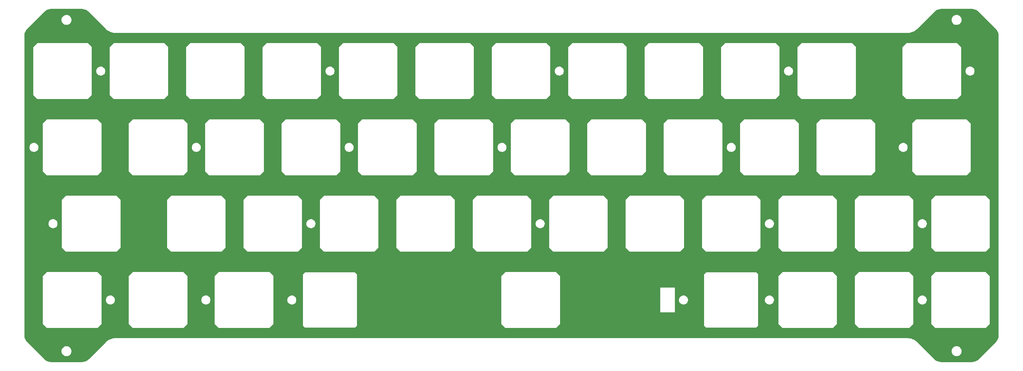
<source format=gbr>
%TF.GenerationSoftware,KiCad,Pcbnew,8.0.3*%
%TF.CreationDate,2024-08-24T23:48:19+02:00*%
%TF.ProjectId,plate,706c6174-652e-46b6-9963-61645f706362,rev?*%
%TF.SameCoordinates,Original*%
%TF.FileFunction,Copper,L1,Top*%
%TF.FilePolarity,Positive*%
%FSLAX46Y46*%
G04 Gerber Fmt 4.6, Leading zero omitted, Abs format (unit mm)*
G04 Created by KiCad (PCBNEW 8.0.3) date 2024-08-24 23:48:19*
%MOMM*%
%LPD*%
G01*
G04 APERTURE LIST*
G04 APERTURE END LIST*
%TA.AperFunction,Conductor*%
%TO.N,GND*%
G36*
X37204661Y-15431267D02*
G01*
X37208267Y-15431325D01*
X37371661Y-15433996D01*
X37385797Y-15435039D01*
X37717997Y-15478776D01*
X37733885Y-15481936D01*
X38056556Y-15568396D01*
X38071894Y-15573603D01*
X38380212Y-15701313D01*
X38380504Y-15701434D01*
X38395051Y-15708608D01*
X38684327Y-15875621D01*
X38697813Y-15884632D01*
X38963622Y-16088592D01*
X38974371Y-16097864D01*
X39094417Y-16214046D01*
X39095863Y-16215469D01*
X43235261Y-20354867D01*
X43364412Y-20480886D01*
X43643364Y-20709814D01*
X43643368Y-20709817D01*
X43943399Y-20910291D01*
X43943405Y-20910294D01*
X43943413Y-20910300D01*
X44261668Y-21080410D01*
X44428365Y-21149458D01*
X44595057Y-21218505D01*
X44595061Y-21218506D01*
X44595063Y-21218507D01*
X44940389Y-21323261D01*
X45294319Y-21393663D01*
X45653446Y-21429036D01*
X45833878Y-21431250D01*
X243091106Y-21431250D01*
X243091122Y-21431250D01*
X243294116Y-21428520D01*
X243697634Y-21383800D01*
X244093765Y-21294885D01*
X244477686Y-21162858D01*
X244844719Y-20989328D01*
X245190394Y-20776408D01*
X245510500Y-20526691D01*
X245657711Y-20386895D01*
X247863355Y-18181250D01*
X254153596Y-18181250D01*
X254173724Y-18404893D01*
X254233463Y-18621356D01*
X254330891Y-18823667D01*
X254330893Y-18823671D01*
X254462875Y-19005329D01*
X254462876Y-19005331D01*
X254462879Y-19005334D01*
X254462880Y-19005335D01*
X254625185Y-19160514D01*
X254812589Y-19284219D01*
X255019070Y-19372473D01*
X255237991Y-19422440D01*
X255462316Y-19432515D01*
X255684835Y-19402373D01*
X255898396Y-19332982D01*
X256096135Y-19226575D01*
X256271696Y-19086569D01*
X256419437Y-18917466D01*
X256534609Y-18724701D01*
X256613511Y-18514468D01*
X256653606Y-18293526D01*
X256656122Y-18181250D01*
X256653606Y-18068974D01*
X256613511Y-17848032D01*
X256534609Y-17637799D01*
X256534605Y-17637793D01*
X256534605Y-17637791D01*
X256469398Y-17528654D01*
X256419437Y-17445034D01*
X256271696Y-17275931D01*
X256271694Y-17275930D01*
X256271693Y-17275928D01*
X256096136Y-17135926D01*
X256096135Y-17135925D01*
X255989014Y-17078281D01*
X255898397Y-17029518D01*
X255684837Y-16960127D01*
X255610662Y-16950079D01*
X255462316Y-16929985D01*
X255462312Y-16929985D01*
X255237996Y-16940059D01*
X255237985Y-16940061D01*
X255019080Y-16990024D01*
X255019073Y-16990026D01*
X255019070Y-16990027D01*
X254926676Y-17029518D01*
X254812588Y-17078281D01*
X254725261Y-17135926D01*
X254625185Y-17201986D01*
X254625184Y-17201987D01*
X254462876Y-17357168D01*
X254462875Y-17357170D01*
X254330893Y-17538828D01*
X254330891Y-17538832D01*
X254233463Y-17741143D01*
X254173724Y-17957606D01*
X254153596Y-18181250D01*
X247863355Y-18181250D01*
X249829185Y-16215420D01*
X249830557Y-16214071D01*
X249950606Y-16097855D01*
X249961362Y-16088574D01*
X250227190Y-15884609D01*
X250240642Y-15875621D01*
X250529956Y-15708593D01*
X250544480Y-15701431D01*
X250853100Y-15573601D01*
X250868447Y-15568391D01*
X251191116Y-15481934D01*
X251206993Y-15478777D01*
X251539202Y-15435041D01*
X251553334Y-15433998D01*
X251720339Y-15431267D01*
X251722367Y-15431250D01*
X259090135Y-15431250D01*
X259092078Y-15431264D01*
X259172726Y-15432529D01*
X259259127Y-15433884D01*
X259273350Y-15434927D01*
X259605529Y-15478653D01*
X259621422Y-15481814D01*
X259944097Y-15568271D01*
X259959438Y-15573478D01*
X260225515Y-15683689D01*
X260268062Y-15701313D01*
X260282610Y-15708487D01*
X260571901Y-15875510D01*
X260585388Y-15884522D01*
X260851170Y-16088468D01*
X260861983Y-16097802D01*
X260981950Y-16214077D01*
X260983331Y-16215437D01*
X265122017Y-20354123D01*
X265123428Y-20355557D01*
X265239644Y-20475606D01*
X265248930Y-20486369D01*
X265452882Y-20752179D01*
X265461885Y-20765653D01*
X265628899Y-21054945D01*
X265636070Y-21069486D01*
X265763896Y-21378095D01*
X265769109Y-21393453D01*
X265855561Y-21716101D01*
X265858725Y-21732009D01*
X265902457Y-22064190D01*
X265903501Y-22078347D01*
X265906233Y-22245338D01*
X265906250Y-22247366D01*
X265906250Y-96815134D01*
X265906235Y-96817079D01*
X265903615Y-96984128D01*
X265902570Y-96998366D01*
X265858849Y-97330514D01*
X265855684Y-97346423D01*
X265769231Y-97669088D01*
X265764017Y-97684448D01*
X265636186Y-97993062D01*
X265629012Y-98007610D01*
X265461989Y-98296901D01*
X265452977Y-98310388D01*
X265249031Y-98576170D01*
X265239697Y-98586983D01*
X265123422Y-98706950D01*
X265122062Y-98708331D01*
X260983376Y-102847017D01*
X260981942Y-102848428D01*
X260861893Y-102964644D01*
X260851130Y-102973930D01*
X260585320Y-103177882D01*
X260571839Y-103186889D01*
X260317823Y-103333538D01*
X260282560Y-103353897D01*
X260268013Y-103361070D01*
X259959404Y-103488896D01*
X259944046Y-103494109D01*
X259621398Y-103580561D01*
X259605490Y-103583725D01*
X259273309Y-103627457D01*
X259259152Y-103628501D01*
X259092161Y-103631233D01*
X259090133Y-103631250D01*
X251722365Y-103631250D01*
X251720422Y-103631235D01*
X251717120Y-103631183D01*
X251553371Y-103628615D01*
X251539133Y-103627570D01*
X251538275Y-103627457D01*
X251206982Y-103583848D01*
X251191076Y-103580684D01*
X250868411Y-103494231D01*
X250853051Y-103489017D01*
X250544437Y-103361186D01*
X250529889Y-103354012D01*
X250240598Y-103186989D01*
X250227111Y-103177977D01*
X249961329Y-102974031D01*
X249950516Y-102964697D01*
X249830549Y-102848422D01*
X249829168Y-102847062D01*
X247863356Y-100881250D01*
X254153852Y-100881250D01*
X254173980Y-101104893D01*
X254233719Y-101321356D01*
X254331147Y-101523667D01*
X254331149Y-101523671D01*
X254463131Y-101705329D01*
X254463132Y-101705331D01*
X254463135Y-101705334D01*
X254463136Y-101705335D01*
X254625441Y-101860514D01*
X254812845Y-101984219D01*
X255019326Y-102072473D01*
X255238247Y-102122440D01*
X255462572Y-102132515D01*
X255685091Y-102102373D01*
X255898652Y-102032982D01*
X256096391Y-101926575D01*
X256271952Y-101786569D01*
X256419693Y-101617466D01*
X256534865Y-101424701D01*
X256613767Y-101214468D01*
X256653862Y-100993526D01*
X256656378Y-100881250D01*
X256653862Y-100768974D01*
X256613767Y-100548032D01*
X256534865Y-100337799D01*
X256534861Y-100337793D01*
X256534861Y-100337791D01*
X256469654Y-100228654D01*
X256419693Y-100145034D01*
X256271952Y-99975931D01*
X256271950Y-99975930D01*
X256271949Y-99975928D01*
X256096392Y-99835926D01*
X256096391Y-99835925D01*
X255989270Y-99778281D01*
X255898653Y-99729518D01*
X255685093Y-99660127D01*
X255610918Y-99650079D01*
X255462572Y-99629985D01*
X255462568Y-99629985D01*
X255238252Y-99640059D01*
X255238241Y-99640061D01*
X255019336Y-99690024D01*
X255019329Y-99690026D01*
X255019326Y-99690027D01*
X254926932Y-99729518D01*
X254812844Y-99778281D01*
X254725517Y-99835926D01*
X254625441Y-99901986D01*
X254625440Y-99901987D01*
X254463132Y-100057168D01*
X254463131Y-100057170D01*
X254331149Y-100238828D01*
X254331147Y-100238832D01*
X254233719Y-100441143D01*
X254173980Y-100657606D01*
X254153852Y-100881250D01*
X247863356Y-100881250D01*
X245689747Y-98707641D01*
X245689739Y-98707633D01*
X245560646Y-98581550D01*
X245560640Y-98581545D01*
X245560637Y-98581542D01*
X245432006Y-98475976D01*
X245281689Y-98352612D01*
X245281685Y-98352609D01*
X245281680Y-98352605D01*
X244981641Y-98152124D01*
X244981640Y-98152123D01*
X244981635Y-98152120D01*
X244663374Y-97982005D01*
X244601801Y-97956501D01*
X244329978Y-97843909D01*
X244329975Y-97843908D01*
X244329970Y-97843906D01*
X244196503Y-97803420D01*
X243984638Y-97739153D01*
X243630692Y-97668754D01*
X243309489Y-97637124D01*
X243271559Y-97633389D01*
X243271558Y-97633388D01*
X243271548Y-97633388D01*
X243091146Y-97631250D01*
X243091122Y-97631250D01*
X45833878Y-97631250D01*
X45833837Y-97631250D01*
X45653443Y-97633363D01*
X45338780Y-97664357D01*
X45294306Y-97668738D01*
X45294304Y-97668738D01*
X45294297Y-97668739D01*
X44940363Y-97739144D01*
X44595038Y-97843901D01*
X44261626Y-97982009D01*
X43943374Y-98152123D01*
X43943359Y-98152131D01*
X43643330Y-98352610D01*
X43643310Y-98352625D01*
X43364364Y-98581555D01*
X43235246Y-98707647D01*
X39095854Y-102847039D01*
X39094458Y-102848413D01*
X38974457Y-102964681D01*
X38963660Y-102974001D01*
X38697867Y-103177957D01*
X38684381Y-103186968D01*
X38395094Y-103353994D01*
X38380546Y-103361168D01*
X38071938Y-103489003D01*
X38056579Y-103494217D01*
X37733923Y-103580677D01*
X37718014Y-103583842D01*
X37385864Y-103627573D01*
X37371620Y-103628619D01*
X37206950Y-103631197D01*
X37204579Y-103631235D01*
X37202639Y-103631250D01*
X29834865Y-103631250D01*
X29832838Y-103631233D01*
X29665849Y-103628503D01*
X29651690Y-103627459D01*
X29319512Y-103583725D01*
X29303604Y-103580561D01*
X29142279Y-103537333D01*
X28980952Y-103494105D01*
X28965595Y-103488892D01*
X28656995Y-103361065D01*
X28642448Y-103353891D01*
X28353172Y-103186878D01*
X28339686Y-103177867D01*
X28073877Y-102973907D01*
X28063128Y-102964635D01*
X27943082Y-102848453D01*
X27941636Y-102847030D01*
X25975856Y-100881250D01*
X32266352Y-100881250D01*
X32286480Y-101104893D01*
X32346219Y-101321356D01*
X32443647Y-101523667D01*
X32443649Y-101523671D01*
X32575631Y-101705329D01*
X32575632Y-101705331D01*
X32575635Y-101705334D01*
X32575636Y-101705335D01*
X32737941Y-101860514D01*
X32925345Y-101984219D01*
X33131826Y-102072473D01*
X33350747Y-102122440D01*
X33575072Y-102132515D01*
X33797591Y-102102373D01*
X34011152Y-102032982D01*
X34208891Y-101926575D01*
X34384452Y-101786569D01*
X34532193Y-101617466D01*
X34647365Y-101424701D01*
X34726267Y-101214468D01*
X34766362Y-100993526D01*
X34768878Y-100881250D01*
X34766362Y-100768974D01*
X34726267Y-100548032D01*
X34647365Y-100337799D01*
X34647361Y-100337793D01*
X34647361Y-100337791D01*
X34582154Y-100228654D01*
X34532193Y-100145034D01*
X34384452Y-99975931D01*
X34384450Y-99975930D01*
X34384449Y-99975928D01*
X34208892Y-99835926D01*
X34208891Y-99835925D01*
X34101770Y-99778281D01*
X34011153Y-99729518D01*
X33797593Y-99660127D01*
X33723418Y-99650079D01*
X33575072Y-99629985D01*
X33575068Y-99629985D01*
X33350752Y-99640059D01*
X33350741Y-99640061D01*
X33131836Y-99690024D01*
X33131829Y-99690026D01*
X33131826Y-99690027D01*
X33039432Y-99729518D01*
X32925344Y-99778281D01*
X32838017Y-99835926D01*
X32737941Y-99901986D01*
X32737940Y-99901987D01*
X32575632Y-100057168D01*
X32575631Y-100057170D01*
X32443649Y-100238828D01*
X32443647Y-100238832D01*
X32346219Y-100441143D01*
X32286480Y-100657606D01*
X32266352Y-100881250D01*
X25975856Y-100881250D01*
X23802970Y-98708364D01*
X23801547Y-98706918D01*
X23685360Y-98586866D01*
X23676098Y-98576127D01*
X23472133Y-98310312D01*
X23463122Y-98296826D01*
X23296109Y-98007551D01*
X23288935Y-97993004D01*
X23161109Y-97684404D01*
X23155895Y-97669045D01*
X23069448Y-97346423D01*
X23069438Y-97346386D01*
X23066278Y-97330497D01*
X23022541Y-96998298D01*
X23021498Y-96984161D01*
X23018766Y-96817079D01*
X23018750Y-96815133D01*
X23018750Y-82106249D01*
X27625000Y-82106249D01*
X27625000Y-82106250D01*
X27625000Y-94106250D01*
X28625000Y-95106250D01*
X41225000Y-95106250D01*
X42225000Y-94106250D01*
X42225000Y-88106250D01*
X43324915Y-88106250D01*
X43345247Y-88319174D01*
X43405507Y-88524402D01*
X43455716Y-88621794D01*
X43503520Y-88714521D01*
X43635735Y-88882645D01*
X43635743Y-88882653D01*
X43797387Y-89022717D01*
X43982619Y-89129661D01*
X43982620Y-89129661D01*
X43982623Y-89129663D01*
X44184751Y-89199621D01*
X44396466Y-89230061D01*
X44610116Y-89219883D01*
X44817979Y-89169456D01*
X45012543Y-89080602D01*
X45186774Y-88956533D01*
X45334377Y-88801731D01*
X45450015Y-88621794D01*
X45529511Y-88423223D01*
X45569991Y-88213196D01*
X45572532Y-88106250D01*
X45569991Y-87999304D01*
X45529511Y-87789277D01*
X45450015Y-87590706D01*
X45334377Y-87410769D01*
X45186774Y-87255967D01*
X45012543Y-87131898D01*
X45012541Y-87131897D01*
X45012542Y-87131897D01*
X44905116Y-87082838D01*
X44817979Y-87043044D01*
X44610116Y-86992617D01*
X44396466Y-86982439D01*
X44396465Y-86982439D01*
X44396464Y-86982439D01*
X44396463Y-86982439D01*
X44184749Y-87012879D01*
X43982619Y-87082838D01*
X43797388Y-87189782D01*
X43797387Y-87189782D01*
X43635743Y-87329846D01*
X43635735Y-87329854D01*
X43503520Y-87497978D01*
X43455716Y-87590706D01*
X43405507Y-87688098D01*
X43345247Y-87893326D01*
X43324915Y-88106250D01*
X42225000Y-88106250D01*
X42225000Y-82106250D01*
X42224999Y-82106249D01*
X49056250Y-82106249D01*
X49056250Y-82106250D01*
X49056250Y-94106250D01*
X50056250Y-95106250D01*
X62656250Y-95106250D01*
X63656250Y-94106250D01*
X63656250Y-88106250D01*
X67137415Y-88106250D01*
X67157747Y-88319174D01*
X67218007Y-88524402D01*
X67268216Y-88621794D01*
X67316020Y-88714521D01*
X67448235Y-88882645D01*
X67448243Y-88882653D01*
X67609887Y-89022717D01*
X67795119Y-89129661D01*
X67795120Y-89129661D01*
X67795123Y-89129663D01*
X67997251Y-89199621D01*
X68208966Y-89230061D01*
X68422616Y-89219883D01*
X68630479Y-89169456D01*
X68825043Y-89080602D01*
X68999274Y-88956533D01*
X69146877Y-88801731D01*
X69262515Y-88621794D01*
X69342011Y-88423223D01*
X69382491Y-88213196D01*
X69385032Y-88106250D01*
X69382491Y-87999304D01*
X69342011Y-87789277D01*
X69262515Y-87590706D01*
X69146877Y-87410769D01*
X68999274Y-87255967D01*
X68825043Y-87131898D01*
X68825041Y-87131897D01*
X68825042Y-87131897D01*
X68717616Y-87082838D01*
X68630479Y-87043044D01*
X68422616Y-86992617D01*
X68208966Y-86982439D01*
X68208965Y-86982439D01*
X68208964Y-86982439D01*
X68208963Y-86982439D01*
X67997249Y-87012879D01*
X67795119Y-87082838D01*
X67609888Y-87189782D01*
X67609887Y-87189782D01*
X67448243Y-87329846D01*
X67448235Y-87329854D01*
X67316020Y-87497978D01*
X67268216Y-87590706D01*
X67218007Y-87688098D01*
X67157747Y-87893326D01*
X67137415Y-88106250D01*
X63656250Y-88106250D01*
X63656250Y-82106250D01*
X63656249Y-82106249D01*
X70487500Y-82106249D01*
X70487500Y-82106250D01*
X70487500Y-94106250D01*
X71487500Y-95106250D01*
X84087500Y-95106250D01*
X85087500Y-94106250D01*
X85087500Y-88106250D01*
X88568665Y-88106250D01*
X88588997Y-88319174D01*
X88649257Y-88524402D01*
X88699466Y-88621794D01*
X88747270Y-88714521D01*
X88879485Y-88882645D01*
X88879493Y-88882653D01*
X89041137Y-89022717D01*
X89226369Y-89129661D01*
X89226370Y-89129661D01*
X89226373Y-89129663D01*
X89428501Y-89199621D01*
X89640216Y-89230061D01*
X89853866Y-89219883D01*
X90061729Y-89169456D01*
X90256293Y-89080602D01*
X90430524Y-88956533D01*
X90578127Y-88801731D01*
X90693765Y-88621794D01*
X90773261Y-88423223D01*
X90813741Y-88213196D01*
X90816282Y-88106250D01*
X90813741Y-87999304D01*
X90773261Y-87789277D01*
X90693765Y-87590706D01*
X90578127Y-87410769D01*
X90430524Y-87255967D01*
X90256293Y-87131898D01*
X90256291Y-87131897D01*
X90256292Y-87131897D01*
X90148866Y-87082838D01*
X90061729Y-87043044D01*
X89853866Y-86992617D01*
X89640216Y-86982439D01*
X89640215Y-86982439D01*
X89640214Y-86982439D01*
X89640213Y-86982439D01*
X89428499Y-87012879D01*
X89226369Y-87082838D01*
X89041138Y-87189782D01*
X89041137Y-87189782D01*
X88879493Y-87329846D01*
X88879485Y-87329854D01*
X88747270Y-87497978D01*
X88699466Y-87590706D01*
X88649257Y-87688098D01*
X88588997Y-87893326D01*
X88568665Y-88106250D01*
X85087500Y-88106250D01*
X85087500Y-82106250D01*
X84723999Y-81742749D01*
X92487500Y-81742749D01*
X92487500Y-81742750D01*
X92487500Y-94469750D01*
X92994500Y-94976750D01*
X105442500Y-94976750D01*
X105949500Y-94469750D01*
X105949500Y-82106249D01*
X141925000Y-82106249D01*
X141925000Y-82106250D01*
X141925000Y-94106250D01*
X142925000Y-95106250D01*
X155525000Y-95106250D01*
X156525000Y-94106250D01*
X156525000Y-91151781D01*
X181559133Y-91151781D01*
X185202687Y-91151781D01*
X185202687Y-88106250D01*
X186199915Y-88106250D01*
X186220247Y-88319174D01*
X186280507Y-88524402D01*
X186330716Y-88621794D01*
X186378520Y-88714521D01*
X186510735Y-88882645D01*
X186510743Y-88882653D01*
X186672387Y-89022717D01*
X186857619Y-89129661D01*
X186857620Y-89129661D01*
X186857623Y-89129663D01*
X187059751Y-89199621D01*
X187271466Y-89230061D01*
X187485116Y-89219883D01*
X187692979Y-89169456D01*
X187887543Y-89080602D01*
X188061774Y-88956533D01*
X188209377Y-88801731D01*
X188325015Y-88621794D01*
X188404511Y-88423223D01*
X188444991Y-88213196D01*
X188447532Y-88106250D01*
X188444991Y-87999304D01*
X188404511Y-87789277D01*
X188325015Y-87590706D01*
X188209377Y-87410769D01*
X188061774Y-87255967D01*
X187887543Y-87131898D01*
X187887541Y-87131897D01*
X187887542Y-87131897D01*
X187780116Y-87082838D01*
X187692979Y-87043044D01*
X187485116Y-86992617D01*
X187271466Y-86982439D01*
X187271465Y-86982439D01*
X187271464Y-86982439D01*
X187271463Y-86982439D01*
X187059749Y-87012879D01*
X186857619Y-87082838D01*
X186672388Y-87189782D01*
X186672387Y-87189782D01*
X186510743Y-87329846D01*
X186510735Y-87329854D01*
X186378520Y-87497978D01*
X186330716Y-87590706D01*
X186280507Y-87688098D01*
X186220247Y-87893326D01*
X186199915Y-88106250D01*
X185202687Y-88106250D01*
X185202687Y-85023727D01*
X181559133Y-85023727D01*
X181559133Y-91151781D01*
X156525000Y-91151781D01*
X156525000Y-82106250D01*
X156161500Y-81742750D01*
X192500500Y-81742750D01*
X192500500Y-94469750D01*
X193007500Y-94976750D01*
X205455500Y-94976750D01*
X205962500Y-94469750D01*
X205962500Y-88106250D01*
X207631165Y-88106250D01*
X207651497Y-88319174D01*
X207711757Y-88524402D01*
X207761966Y-88621794D01*
X207809770Y-88714521D01*
X207941985Y-88882645D01*
X207941993Y-88882653D01*
X208103637Y-89022717D01*
X208288869Y-89129661D01*
X208288870Y-89129661D01*
X208288873Y-89129663D01*
X208491001Y-89199621D01*
X208702716Y-89230061D01*
X208916366Y-89219883D01*
X209124229Y-89169456D01*
X209318793Y-89080602D01*
X209493024Y-88956533D01*
X209640627Y-88801731D01*
X209756265Y-88621794D01*
X209835761Y-88423223D01*
X209876241Y-88213196D01*
X209878782Y-88106250D01*
X209876241Y-87999304D01*
X209835761Y-87789277D01*
X209756265Y-87590706D01*
X209640627Y-87410769D01*
X209493024Y-87255967D01*
X209318793Y-87131898D01*
X209318791Y-87131897D01*
X209318792Y-87131897D01*
X209211366Y-87082838D01*
X209124229Y-87043044D01*
X208916366Y-86992617D01*
X208702716Y-86982439D01*
X208702715Y-86982439D01*
X208702714Y-86982439D01*
X208702713Y-86982439D01*
X208490999Y-87012879D01*
X208288869Y-87082838D01*
X208103638Y-87189782D01*
X208103637Y-87189782D01*
X207941993Y-87329846D01*
X207941985Y-87329854D01*
X207809770Y-87497978D01*
X207761966Y-87590706D01*
X207711757Y-87688098D01*
X207651497Y-87893326D01*
X207631165Y-88106250D01*
X205962500Y-88106250D01*
X205962500Y-82106249D01*
X210981250Y-82106249D01*
X210981250Y-82106250D01*
X210981250Y-94106250D01*
X211981250Y-95106250D01*
X224581250Y-95106250D01*
X225581250Y-94106250D01*
X225581250Y-82106250D01*
X225581249Y-82106249D01*
X230031250Y-82106249D01*
X230031250Y-82106250D01*
X230031250Y-94106250D01*
X231031250Y-95106250D01*
X243631250Y-95106250D01*
X244631250Y-94106250D01*
X244631250Y-88106250D01*
X245731165Y-88106250D01*
X245751497Y-88319174D01*
X245811757Y-88524402D01*
X245861966Y-88621794D01*
X245909770Y-88714521D01*
X246041985Y-88882645D01*
X246041993Y-88882653D01*
X246203637Y-89022717D01*
X246388869Y-89129661D01*
X246388870Y-89129661D01*
X246388873Y-89129663D01*
X246591001Y-89199621D01*
X246802716Y-89230061D01*
X247016366Y-89219883D01*
X247224229Y-89169456D01*
X247418793Y-89080602D01*
X247593024Y-88956533D01*
X247740627Y-88801731D01*
X247856265Y-88621794D01*
X247935761Y-88423223D01*
X247976241Y-88213196D01*
X247978782Y-88106250D01*
X247976241Y-87999304D01*
X247935761Y-87789277D01*
X247856265Y-87590706D01*
X247740627Y-87410769D01*
X247593024Y-87255967D01*
X247418793Y-87131898D01*
X247418791Y-87131897D01*
X247418792Y-87131897D01*
X247311366Y-87082838D01*
X247224229Y-87043044D01*
X247016366Y-86992617D01*
X246802716Y-86982439D01*
X246802715Y-86982439D01*
X246802714Y-86982439D01*
X246802713Y-86982439D01*
X246590999Y-87012879D01*
X246388869Y-87082838D01*
X246203638Y-87189782D01*
X246203637Y-87189782D01*
X246041993Y-87329846D01*
X246041985Y-87329854D01*
X245909770Y-87497978D01*
X245861966Y-87590706D01*
X245811757Y-87688098D01*
X245751497Y-87893326D01*
X245731165Y-88106250D01*
X244631250Y-88106250D01*
X244631250Y-82106250D01*
X244631249Y-82106249D01*
X249081250Y-82106249D01*
X249081250Y-82106250D01*
X249081250Y-94106250D01*
X250081250Y-95106250D01*
X262681250Y-95106250D01*
X263681250Y-94106250D01*
X263681250Y-82106250D01*
X262681250Y-81106250D01*
X250081249Y-81106250D01*
X249081250Y-82106249D01*
X244631249Y-82106249D01*
X243631250Y-81106250D01*
X231031249Y-81106250D01*
X230031250Y-82106249D01*
X225581249Y-82106249D01*
X224581250Y-81106250D01*
X211981249Y-81106250D01*
X210981250Y-82106249D01*
X205962500Y-82106249D01*
X205962500Y-81742750D01*
X205462500Y-81235750D01*
X205462499Y-81235750D01*
X193000501Y-81235750D01*
X193000500Y-81235750D01*
X192500500Y-81742750D01*
X156161500Y-81742750D01*
X155525000Y-81106250D01*
X142924999Y-81106250D01*
X141925000Y-82106249D01*
X105949500Y-82106249D01*
X105949500Y-81742750D01*
X105442500Y-81235750D01*
X92994499Y-81235750D01*
X92487500Y-81742749D01*
X84723999Y-81742749D01*
X84087500Y-81106250D01*
X71487499Y-81106250D01*
X70487500Y-82106249D01*
X63656249Y-82106249D01*
X62656250Y-81106250D01*
X50056249Y-81106250D01*
X49056250Y-82106249D01*
X42224999Y-82106249D01*
X41225000Y-81106250D01*
X28624999Y-81106250D01*
X27625000Y-82106249D01*
X23018750Y-82106249D01*
X23018750Y-69056250D01*
X29037415Y-69056250D01*
X29057747Y-69269174D01*
X29118007Y-69474402D01*
X29168216Y-69571794D01*
X29216020Y-69664521D01*
X29348235Y-69832645D01*
X29348243Y-69832653D01*
X29509887Y-69972717D01*
X29695119Y-70079661D01*
X29695120Y-70079661D01*
X29695123Y-70079663D01*
X29897251Y-70149621D01*
X30108966Y-70180061D01*
X30322616Y-70169883D01*
X30530479Y-70119456D01*
X30725043Y-70030602D01*
X30899274Y-69906533D01*
X31046877Y-69751731D01*
X31162515Y-69571794D01*
X31242011Y-69373223D01*
X31282491Y-69163196D01*
X31285032Y-69056250D01*
X31282491Y-68949304D01*
X31242011Y-68739277D01*
X31162515Y-68540706D01*
X31046877Y-68360769D01*
X30899274Y-68205967D01*
X30725043Y-68081898D01*
X30725041Y-68081897D01*
X30725042Y-68081897D01*
X30617616Y-68032838D01*
X30530479Y-67993044D01*
X30322616Y-67942617D01*
X30108966Y-67932439D01*
X30108965Y-67932439D01*
X30108964Y-67932439D01*
X30108963Y-67932439D01*
X29897249Y-67962879D01*
X29695119Y-68032838D01*
X29509888Y-68139782D01*
X29509887Y-68139782D01*
X29348243Y-68279846D01*
X29348235Y-68279854D01*
X29216020Y-68447978D01*
X29168216Y-68540706D01*
X29118007Y-68638098D01*
X29057747Y-68843326D01*
X29037415Y-69056250D01*
X23018750Y-69056250D01*
X23018750Y-63056249D01*
X32387500Y-63056249D01*
X32387500Y-63056250D01*
X32387500Y-75056250D01*
X33387500Y-76056250D01*
X45987500Y-76056250D01*
X46987500Y-75056250D01*
X46987500Y-63056250D01*
X46987499Y-63056249D01*
X58581250Y-63056249D01*
X58581250Y-63056250D01*
X58581250Y-75056250D01*
X59581250Y-76056250D01*
X72181250Y-76056250D01*
X73181250Y-75056250D01*
X73181250Y-63056250D01*
X73181249Y-63056249D01*
X77631250Y-63056249D01*
X77631250Y-63056250D01*
X77631250Y-75056250D01*
X78631250Y-76056250D01*
X91231250Y-76056250D01*
X92231250Y-75056250D01*
X92231250Y-69056250D01*
X93331165Y-69056250D01*
X93351497Y-69269174D01*
X93411757Y-69474402D01*
X93461966Y-69571794D01*
X93509770Y-69664521D01*
X93641985Y-69832645D01*
X93641993Y-69832653D01*
X93803637Y-69972717D01*
X93988869Y-70079661D01*
X93988870Y-70079661D01*
X93988873Y-70079663D01*
X94191001Y-70149621D01*
X94402716Y-70180061D01*
X94616366Y-70169883D01*
X94824229Y-70119456D01*
X95018793Y-70030602D01*
X95193024Y-69906533D01*
X95340627Y-69751731D01*
X95456265Y-69571794D01*
X95535761Y-69373223D01*
X95576241Y-69163196D01*
X95578782Y-69056250D01*
X95576241Y-68949304D01*
X95535761Y-68739277D01*
X95456265Y-68540706D01*
X95340627Y-68360769D01*
X95193024Y-68205967D01*
X95018793Y-68081898D01*
X95018791Y-68081897D01*
X95018792Y-68081897D01*
X94911366Y-68032838D01*
X94824229Y-67993044D01*
X94616366Y-67942617D01*
X94402716Y-67932439D01*
X94402715Y-67932439D01*
X94402714Y-67932439D01*
X94402713Y-67932439D01*
X94190999Y-67962879D01*
X93988869Y-68032838D01*
X93803638Y-68139782D01*
X93803637Y-68139782D01*
X93641993Y-68279846D01*
X93641985Y-68279854D01*
X93509770Y-68447978D01*
X93461966Y-68540706D01*
X93411757Y-68638098D01*
X93351497Y-68843326D01*
X93331165Y-69056250D01*
X92231250Y-69056250D01*
X92231250Y-63056250D01*
X92231249Y-63056249D01*
X96681250Y-63056249D01*
X96681250Y-63056250D01*
X96681250Y-75056250D01*
X97681250Y-76056250D01*
X110281250Y-76056250D01*
X111281250Y-75056250D01*
X111281250Y-63056250D01*
X111281249Y-63056249D01*
X115731250Y-63056249D01*
X115731250Y-63056250D01*
X115731250Y-75056250D01*
X116731250Y-76056250D01*
X129331250Y-76056250D01*
X130331250Y-75056250D01*
X130331250Y-63056250D01*
X130331249Y-63056249D01*
X134781250Y-63056249D01*
X134781250Y-63056250D01*
X134781250Y-75056250D01*
X135781250Y-76056250D01*
X148381250Y-76056250D01*
X149381250Y-75056250D01*
X149381250Y-69056250D01*
X150481165Y-69056250D01*
X150501497Y-69269174D01*
X150561757Y-69474402D01*
X150611966Y-69571794D01*
X150659770Y-69664521D01*
X150791985Y-69832645D01*
X150791993Y-69832653D01*
X150953637Y-69972717D01*
X151138869Y-70079661D01*
X151138870Y-70079661D01*
X151138873Y-70079663D01*
X151341001Y-70149621D01*
X151552716Y-70180061D01*
X151766366Y-70169883D01*
X151974229Y-70119456D01*
X152168793Y-70030602D01*
X152343024Y-69906533D01*
X152490627Y-69751731D01*
X152606265Y-69571794D01*
X152685761Y-69373223D01*
X152726241Y-69163196D01*
X152728782Y-69056250D01*
X152726241Y-68949304D01*
X152685761Y-68739277D01*
X152606265Y-68540706D01*
X152490627Y-68360769D01*
X152343024Y-68205967D01*
X152168793Y-68081898D01*
X152168791Y-68081897D01*
X152168792Y-68081897D01*
X152061366Y-68032838D01*
X151974229Y-67993044D01*
X151766366Y-67942617D01*
X151552716Y-67932439D01*
X151552715Y-67932439D01*
X151552714Y-67932439D01*
X151552713Y-67932439D01*
X151340999Y-67962879D01*
X151138869Y-68032838D01*
X150953638Y-68139782D01*
X150953637Y-68139782D01*
X150791993Y-68279846D01*
X150791985Y-68279854D01*
X150659770Y-68447978D01*
X150611966Y-68540706D01*
X150561757Y-68638098D01*
X150501497Y-68843326D01*
X150481165Y-69056250D01*
X149381250Y-69056250D01*
X149381250Y-63056250D01*
X149381249Y-63056249D01*
X153831250Y-63056249D01*
X153831250Y-63056250D01*
X153831250Y-75056250D01*
X154831250Y-76056250D01*
X167431250Y-76056250D01*
X168431250Y-75056250D01*
X168431250Y-63056250D01*
X168431249Y-63056249D01*
X172881250Y-63056249D01*
X172881250Y-63056250D01*
X172881250Y-75056250D01*
X173881250Y-76056250D01*
X186481250Y-76056250D01*
X187481250Y-75056250D01*
X187481250Y-63056250D01*
X187481249Y-63056249D01*
X191931250Y-63056249D01*
X191931250Y-63056250D01*
X191931250Y-75056250D01*
X192931250Y-76056250D01*
X205531250Y-76056250D01*
X206531250Y-75056250D01*
X206531250Y-69056250D01*
X207631165Y-69056250D01*
X207651497Y-69269174D01*
X207711757Y-69474402D01*
X207761966Y-69571794D01*
X207809770Y-69664521D01*
X207941985Y-69832645D01*
X207941993Y-69832653D01*
X208103637Y-69972717D01*
X208288869Y-70079661D01*
X208288870Y-70079661D01*
X208288873Y-70079663D01*
X208491001Y-70149621D01*
X208702716Y-70180061D01*
X208916366Y-70169883D01*
X209124229Y-70119456D01*
X209318793Y-70030602D01*
X209493024Y-69906533D01*
X209640627Y-69751731D01*
X209756265Y-69571794D01*
X209835761Y-69373223D01*
X209876241Y-69163196D01*
X209878782Y-69056250D01*
X209876241Y-68949304D01*
X209835761Y-68739277D01*
X209756265Y-68540706D01*
X209640627Y-68360769D01*
X209493024Y-68205967D01*
X209318793Y-68081898D01*
X209318791Y-68081897D01*
X209318792Y-68081897D01*
X209211366Y-68032838D01*
X209124229Y-67993044D01*
X208916366Y-67942617D01*
X208702716Y-67932439D01*
X208702715Y-67932439D01*
X208702714Y-67932439D01*
X208702713Y-67932439D01*
X208490999Y-67962879D01*
X208288869Y-68032838D01*
X208103638Y-68139782D01*
X208103637Y-68139782D01*
X207941993Y-68279846D01*
X207941985Y-68279854D01*
X207809770Y-68447978D01*
X207761966Y-68540706D01*
X207711757Y-68638098D01*
X207651497Y-68843326D01*
X207631165Y-69056250D01*
X206531250Y-69056250D01*
X206531250Y-63056250D01*
X206531249Y-63056249D01*
X210981250Y-63056249D01*
X210981250Y-63056250D01*
X210981250Y-75056250D01*
X211981250Y-76056250D01*
X224581250Y-76056250D01*
X225581250Y-75056250D01*
X225581250Y-63056250D01*
X225581249Y-63056249D01*
X230031250Y-63056249D01*
X230031250Y-63056250D01*
X230031250Y-75056250D01*
X231031250Y-76056250D01*
X243631250Y-76056250D01*
X244631250Y-75056250D01*
X244631250Y-69056250D01*
X245731165Y-69056250D01*
X245751497Y-69269174D01*
X245811757Y-69474402D01*
X245861966Y-69571794D01*
X245909770Y-69664521D01*
X246041985Y-69832645D01*
X246041993Y-69832653D01*
X246203637Y-69972717D01*
X246388869Y-70079661D01*
X246388870Y-70079661D01*
X246388873Y-70079663D01*
X246591001Y-70149621D01*
X246802716Y-70180061D01*
X247016366Y-70169883D01*
X247224229Y-70119456D01*
X247418793Y-70030602D01*
X247593024Y-69906533D01*
X247740627Y-69751731D01*
X247856265Y-69571794D01*
X247935761Y-69373223D01*
X247976241Y-69163196D01*
X247978782Y-69056250D01*
X247976241Y-68949304D01*
X247935761Y-68739277D01*
X247856265Y-68540706D01*
X247740627Y-68360769D01*
X247593024Y-68205967D01*
X247418793Y-68081898D01*
X247418791Y-68081897D01*
X247418792Y-68081897D01*
X247311366Y-68032838D01*
X247224229Y-67993044D01*
X247016366Y-67942617D01*
X246802716Y-67932439D01*
X246802715Y-67932439D01*
X246802714Y-67932439D01*
X246802713Y-67932439D01*
X246590999Y-67962879D01*
X246388869Y-68032838D01*
X246203638Y-68139782D01*
X246203637Y-68139782D01*
X246041993Y-68279846D01*
X246041985Y-68279854D01*
X245909770Y-68447978D01*
X245861966Y-68540706D01*
X245811757Y-68638098D01*
X245751497Y-68843326D01*
X245731165Y-69056250D01*
X244631250Y-69056250D01*
X244631250Y-63056250D01*
X244631249Y-63056249D01*
X249081250Y-63056249D01*
X249081250Y-63056250D01*
X249081250Y-75056250D01*
X250081250Y-76056250D01*
X262681250Y-76056250D01*
X263681250Y-75056250D01*
X263681250Y-63056250D01*
X262681250Y-62056250D01*
X250081249Y-62056250D01*
X249081250Y-63056249D01*
X244631249Y-63056249D01*
X243631250Y-62056250D01*
X231031249Y-62056250D01*
X230031250Y-63056249D01*
X225581249Y-63056249D01*
X224581250Y-62056250D01*
X211981249Y-62056250D01*
X210981250Y-63056249D01*
X206531249Y-63056249D01*
X205531250Y-62056250D01*
X192931249Y-62056250D01*
X191931250Y-63056249D01*
X187481249Y-63056249D01*
X186481250Y-62056250D01*
X173881249Y-62056250D01*
X172881250Y-63056249D01*
X168431249Y-63056249D01*
X167431250Y-62056250D01*
X154831249Y-62056250D01*
X153831250Y-63056249D01*
X149381249Y-63056249D01*
X148381250Y-62056250D01*
X135781249Y-62056250D01*
X134781250Y-63056249D01*
X130331249Y-63056249D01*
X129331250Y-62056250D01*
X116731249Y-62056250D01*
X115731250Y-63056249D01*
X111281249Y-63056249D01*
X110281250Y-62056250D01*
X97681249Y-62056250D01*
X96681250Y-63056249D01*
X92231249Y-63056249D01*
X91231250Y-62056250D01*
X78631249Y-62056250D01*
X77631250Y-63056249D01*
X73181249Y-63056249D01*
X72181250Y-62056250D01*
X59581249Y-62056250D01*
X58581250Y-63056249D01*
X46987499Y-63056249D01*
X45987500Y-62056250D01*
X33387499Y-62056250D01*
X32387500Y-63056249D01*
X23018750Y-63056249D01*
X23018750Y-50006250D01*
X24274915Y-50006250D01*
X24295247Y-50219174D01*
X24355507Y-50424402D01*
X24405716Y-50521794D01*
X24453520Y-50614521D01*
X24585735Y-50782645D01*
X24585743Y-50782653D01*
X24747387Y-50922717D01*
X24932619Y-51029661D01*
X24932620Y-51029661D01*
X24932623Y-51029663D01*
X25134751Y-51099621D01*
X25346466Y-51130061D01*
X25560116Y-51119883D01*
X25767979Y-51069456D01*
X25962543Y-50980602D01*
X26136774Y-50856533D01*
X26284377Y-50701731D01*
X26400015Y-50521794D01*
X26479511Y-50323223D01*
X26519991Y-50113196D01*
X26522532Y-50006250D01*
X26519991Y-49899304D01*
X26479511Y-49689277D01*
X26400015Y-49490706D01*
X26284377Y-49310769D01*
X26136774Y-49155967D01*
X25962543Y-49031898D01*
X25962541Y-49031897D01*
X25962542Y-49031897D01*
X25855116Y-48982838D01*
X25767979Y-48943044D01*
X25560116Y-48892617D01*
X25346466Y-48882439D01*
X25346465Y-48882439D01*
X25346464Y-48882439D01*
X25346463Y-48882439D01*
X25134749Y-48912879D01*
X24932619Y-48982838D01*
X24747388Y-49089782D01*
X24747387Y-49089782D01*
X24585743Y-49229846D01*
X24585735Y-49229854D01*
X24453520Y-49397978D01*
X24405716Y-49490706D01*
X24355507Y-49588098D01*
X24295247Y-49793326D01*
X24274915Y-50006250D01*
X23018750Y-50006250D01*
X23018750Y-44006249D01*
X27625000Y-44006249D01*
X27625000Y-44006250D01*
X27625000Y-56006250D01*
X28625000Y-57006250D01*
X41225000Y-57006250D01*
X42225000Y-56006250D01*
X42225000Y-44006250D01*
X42224999Y-44006249D01*
X49056250Y-44006249D01*
X49056250Y-44006250D01*
X49056250Y-56006250D01*
X50056250Y-57006250D01*
X62656250Y-57006250D01*
X63656250Y-56006250D01*
X63656250Y-50006250D01*
X64756165Y-50006250D01*
X64776497Y-50219174D01*
X64836757Y-50424402D01*
X64886966Y-50521794D01*
X64934770Y-50614521D01*
X65066985Y-50782645D01*
X65066993Y-50782653D01*
X65228637Y-50922717D01*
X65413869Y-51029661D01*
X65413870Y-51029661D01*
X65413873Y-51029663D01*
X65616001Y-51099621D01*
X65827716Y-51130061D01*
X66041366Y-51119883D01*
X66249229Y-51069456D01*
X66443793Y-50980602D01*
X66618024Y-50856533D01*
X66765627Y-50701731D01*
X66881265Y-50521794D01*
X66960761Y-50323223D01*
X67001241Y-50113196D01*
X67003782Y-50006250D01*
X67001241Y-49899304D01*
X66960761Y-49689277D01*
X66881265Y-49490706D01*
X66765627Y-49310769D01*
X66618024Y-49155967D01*
X66443793Y-49031898D01*
X66443791Y-49031897D01*
X66443792Y-49031897D01*
X66336366Y-48982838D01*
X66249229Y-48943044D01*
X66041366Y-48892617D01*
X65827716Y-48882439D01*
X65827715Y-48882439D01*
X65827714Y-48882439D01*
X65827713Y-48882439D01*
X65615999Y-48912879D01*
X65413869Y-48982838D01*
X65228638Y-49089782D01*
X65228637Y-49089782D01*
X65066993Y-49229846D01*
X65066985Y-49229854D01*
X64934770Y-49397978D01*
X64886966Y-49490706D01*
X64836757Y-49588098D01*
X64776497Y-49793326D01*
X64756165Y-50006250D01*
X63656250Y-50006250D01*
X63656250Y-44006250D01*
X63656249Y-44006249D01*
X68106250Y-44006249D01*
X68106250Y-44006250D01*
X68106250Y-56006250D01*
X69106250Y-57006250D01*
X81706250Y-57006250D01*
X82706250Y-56006250D01*
X82706250Y-44006250D01*
X82706249Y-44006249D01*
X87156250Y-44006249D01*
X87156250Y-44006250D01*
X87156250Y-56006250D01*
X88156250Y-57006250D01*
X100756250Y-57006250D01*
X101756250Y-56006250D01*
X101756250Y-50006250D01*
X102856165Y-50006250D01*
X102876497Y-50219174D01*
X102936757Y-50424402D01*
X102986966Y-50521794D01*
X103034770Y-50614521D01*
X103166985Y-50782645D01*
X103166993Y-50782653D01*
X103328637Y-50922717D01*
X103513869Y-51029661D01*
X103513870Y-51029661D01*
X103513873Y-51029663D01*
X103716001Y-51099621D01*
X103927716Y-51130061D01*
X104141366Y-51119883D01*
X104349229Y-51069456D01*
X104543793Y-50980602D01*
X104718024Y-50856533D01*
X104865627Y-50701731D01*
X104981265Y-50521794D01*
X105060761Y-50323223D01*
X105101241Y-50113196D01*
X105103782Y-50006250D01*
X105101241Y-49899304D01*
X105060761Y-49689277D01*
X104981265Y-49490706D01*
X104865627Y-49310769D01*
X104718024Y-49155967D01*
X104543793Y-49031898D01*
X104543791Y-49031897D01*
X104543792Y-49031897D01*
X104436366Y-48982838D01*
X104349229Y-48943044D01*
X104141366Y-48892617D01*
X103927716Y-48882439D01*
X103927715Y-48882439D01*
X103927714Y-48882439D01*
X103927713Y-48882439D01*
X103715999Y-48912879D01*
X103513869Y-48982838D01*
X103328638Y-49089782D01*
X103328637Y-49089782D01*
X103166993Y-49229846D01*
X103166985Y-49229854D01*
X103034770Y-49397978D01*
X102986966Y-49490706D01*
X102936757Y-49588098D01*
X102876497Y-49793326D01*
X102856165Y-50006250D01*
X101756250Y-50006250D01*
X101756250Y-44006250D01*
X101756249Y-44006249D01*
X106206250Y-44006249D01*
X106206250Y-44006250D01*
X106206250Y-56006250D01*
X107206250Y-57006250D01*
X119806250Y-57006250D01*
X120806250Y-56006250D01*
X120806250Y-44006250D01*
X120806249Y-44006249D01*
X125256250Y-44006249D01*
X125256250Y-44006250D01*
X125256250Y-56006250D01*
X126256250Y-57006250D01*
X138856250Y-57006250D01*
X139856250Y-56006250D01*
X139856250Y-50006250D01*
X140956165Y-50006250D01*
X140976497Y-50219174D01*
X141036757Y-50424402D01*
X141086966Y-50521794D01*
X141134770Y-50614521D01*
X141266985Y-50782645D01*
X141266993Y-50782653D01*
X141428637Y-50922717D01*
X141613869Y-51029661D01*
X141613870Y-51029661D01*
X141613873Y-51029663D01*
X141816001Y-51099621D01*
X142027716Y-51130061D01*
X142241366Y-51119883D01*
X142449229Y-51069456D01*
X142643793Y-50980602D01*
X142818024Y-50856533D01*
X142965627Y-50701731D01*
X143081265Y-50521794D01*
X143160761Y-50323223D01*
X143201241Y-50113196D01*
X143203782Y-50006250D01*
X143201241Y-49899304D01*
X143160761Y-49689277D01*
X143081265Y-49490706D01*
X142965627Y-49310769D01*
X142818024Y-49155967D01*
X142643793Y-49031898D01*
X142643791Y-49031897D01*
X142643792Y-49031897D01*
X142536366Y-48982838D01*
X142449229Y-48943044D01*
X142241366Y-48892617D01*
X142027716Y-48882439D01*
X142027715Y-48882439D01*
X142027714Y-48882439D01*
X142027713Y-48882439D01*
X141815999Y-48912879D01*
X141613869Y-48982838D01*
X141428638Y-49089782D01*
X141428637Y-49089782D01*
X141266993Y-49229846D01*
X141266985Y-49229854D01*
X141134770Y-49397978D01*
X141086966Y-49490706D01*
X141036757Y-49588098D01*
X140976497Y-49793326D01*
X140956165Y-50006250D01*
X139856250Y-50006250D01*
X139856250Y-44006250D01*
X139856249Y-44006249D01*
X144306250Y-44006249D01*
X144306250Y-44006250D01*
X144306250Y-56006250D01*
X145306250Y-57006250D01*
X157906250Y-57006250D01*
X158906250Y-56006250D01*
X158906250Y-44006250D01*
X158906249Y-44006249D01*
X163356250Y-44006249D01*
X163356250Y-44006250D01*
X163356250Y-56006250D01*
X164356250Y-57006250D01*
X176956250Y-57006250D01*
X177956250Y-56006250D01*
X177956250Y-44006250D01*
X177956249Y-44006249D01*
X182406250Y-44006249D01*
X182406250Y-44006250D01*
X182406250Y-56006250D01*
X183406250Y-57006250D01*
X196006250Y-57006250D01*
X197006250Y-56006250D01*
X197006250Y-50006250D01*
X198106165Y-50006250D01*
X198126497Y-50219174D01*
X198186757Y-50424402D01*
X198236966Y-50521794D01*
X198284770Y-50614521D01*
X198416985Y-50782645D01*
X198416993Y-50782653D01*
X198578637Y-50922717D01*
X198763869Y-51029661D01*
X198763870Y-51029661D01*
X198763873Y-51029663D01*
X198966001Y-51099621D01*
X199177716Y-51130061D01*
X199391366Y-51119883D01*
X199599229Y-51069456D01*
X199793793Y-50980602D01*
X199968024Y-50856533D01*
X200115627Y-50701731D01*
X200231265Y-50521794D01*
X200310761Y-50323223D01*
X200351241Y-50113196D01*
X200353782Y-50006250D01*
X200351241Y-49899304D01*
X200310761Y-49689277D01*
X200231265Y-49490706D01*
X200115627Y-49310769D01*
X199968024Y-49155967D01*
X199793793Y-49031898D01*
X199793791Y-49031897D01*
X199793792Y-49031897D01*
X199686366Y-48982838D01*
X199599229Y-48943044D01*
X199391366Y-48892617D01*
X199177716Y-48882439D01*
X199177715Y-48882439D01*
X199177714Y-48882439D01*
X199177713Y-48882439D01*
X198965999Y-48912879D01*
X198763869Y-48982838D01*
X198578638Y-49089782D01*
X198578637Y-49089782D01*
X198416993Y-49229846D01*
X198416985Y-49229854D01*
X198284770Y-49397978D01*
X198236966Y-49490706D01*
X198186757Y-49588098D01*
X198126497Y-49793326D01*
X198106165Y-50006250D01*
X197006250Y-50006250D01*
X197006250Y-44006250D01*
X197006249Y-44006249D01*
X201456250Y-44006249D01*
X201456250Y-44006250D01*
X201456250Y-56006250D01*
X202456250Y-57006250D01*
X215056250Y-57006250D01*
X216056250Y-56006250D01*
X216056250Y-44006250D01*
X216056249Y-44006249D01*
X220506250Y-44006249D01*
X220506250Y-44006250D01*
X220506250Y-56006250D01*
X221506250Y-57006250D01*
X234106250Y-57006250D01*
X235106250Y-56006250D01*
X235106250Y-50006250D01*
X240968665Y-50006250D01*
X240988997Y-50219174D01*
X241049257Y-50424402D01*
X241099466Y-50521794D01*
X241147270Y-50614521D01*
X241279485Y-50782645D01*
X241279493Y-50782653D01*
X241441137Y-50922717D01*
X241626369Y-51029661D01*
X241626370Y-51029661D01*
X241626373Y-51029663D01*
X241828501Y-51099621D01*
X242040216Y-51130061D01*
X242253866Y-51119883D01*
X242461729Y-51069456D01*
X242656293Y-50980602D01*
X242830524Y-50856533D01*
X242978127Y-50701731D01*
X243093765Y-50521794D01*
X243173261Y-50323223D01*
X243213741Y-50113196D01*
X243216282Y-50006250D01*
X243213741Y-49899304D01*
X243173261Y-49689277D01*
X243093765Y-49490706D01*
X242978127Y-49310769D01*
X242830524Y-49155967D01*
X242656293Y-49031898D01*
X242656291Y-49031897D01*
X242656292Y-49031897D01*
X242548866Y-48982838D01*
X242461729Y-48943044D01*
X242253866Y-48892617D01*
X242040216Y-48882439D01*
X242040215Y-48882439D01*
X242040214Y-48882439D01*
X242040213Y-48882439D01*
X241828499Y-48912879D01*
X241626369Y-48982838D01*
X241441138Y-49089782D01*
X241441137Y-49089782D01*
X241279493Y-49229846D01*
X241279485Y-49229854D01*
X241147270Y-49397978D01*
X241099466Y-49490706D01*
X241049257Y-49588098D01*
X240988997Y-49793326D01*
X240968665Y-50006250D01*
X235106250Y-50006250D01*
X235106250Y-44006250D01*
X235106249Y-44006249D01*
X244318750Y-44006249D01*
X244318750Y-44006250D01*
X244318750Y-56006250D01*
X245318750Y-57006250D01*
X257918750Y-57006250D01*
X258918750Y-56006250D01*
X258918750Y-44006250D01*
X257918750Y-43006250D01*
X245318749Y-43006250D01*
X244318750Y-44006249D01*
X235106249Y-44006249D01*
X234106250Y-43006250D01*
X221506249Y-43006250D01*
X220506250Y-44006249D01*
X216056249Y-44006249D01*
X215056250Y-43006250D01*
X202456249Y-43006250D01*
X201456250Y-44006249D01*
X197006249Y-44006249D01*
X196006250Y-43006250D01*
X183406249Y-43006250D01*
X182406250Y-44006249D01*
X177956249Y-44006249D01*
X176956250Y-43006250D01*
X164356249Y-43006250D01*
X163356250Y-44006249D01*
X158906249Y-44006249D01*
X157906250Y-43006250D01*
X145306249Y-43006250D01*
X144306250Y-44006249D01*
X139856249Y-44006249D01*
X138856250Y-43006250D01*
X126256249Y-43006250D01*
X125256250Y-44006249D01*
X120806249Y-44006249D01*
X119806250Y-43006250D01*
X107206249Y-43006250D01*
X106206250Y-44006249D01*
X101756249Y-44006249D01*
X100756250Y-43006250D01*
X88156249Y-43006250D01*
X87156250Y-44006249D01*
X82706249Y-44006249D01*
X81706250Y-43006250D01*
X69106249Y-43006250D01*
X68106250Y-44006249D01*
X63656249Y-44006249D01*
X62656250Y-43006250D01*
X50056249Y-43006250D01*
X49056250Y-44006249D01*
X42224999Y-44006249D01*
X41225000Y-43006250D01*
X28624999Y-43006250D01*
X27625000Y-44006249D01*
X23018750Y-44006249D01*
X23018750Y-24956249D01*
X25243750Y-24956249D01*
X25243750Y-24956250D01*
X25243750Y-36956250D01*
X26243750Y-37956250D01*
X38843750Y-37956250D01*
X39843750Y-36956250D01*
X39843750Y-30956250D01*
X40943665Y-30956250D01*
X40963997Y-31169174D01*
X41024257Y-31374402D01*
X41074466Y-31471794D01*
X41122270Y-31564521D01*
X41254485Y-31732645D01*
X41254493Y-31732653D01*
X41416137Y-31872717D01*
X41601369Y-31979661D01*
X41601370Y-31979661D01*
X41601373Y-31979663D01*
X41803501Y-32049621D01*
X42015216Y-32080061D01*
X42228866Y-32069883D01*
X42436729Y-32019456D01*
X42631293Y-31930602D01*
X42805524Y-31806533D01*
X42953127Y-31651731D01*
X43068765Y-31471794D01*
X43148261Y-31273223D01*
X43188741Y-31063196D01*
X43191282Y-30956250D01*
X43188741Y-30849304D01*
X43148261Y-30639277D01*
X43068765Y-30440706D01*
X42953127Y-30260769D01*
X42805524Y-30105967D01*
X42631293Y-29981898D01*
X42631291Y-29981897D01*
X42631292Y-29981897D01*
X42523866Y-29932838D01*
X42436729Y-29893044D01*
X42228866Y-29842617D01*
X42015216Y-29832439D01*
X42015215Y-29832439D01*
X42015214Y-29832439D01*
X42015213Y-29832439D01*
X41803499Y-29862879D01*
X41601369Y-29932838D01*
X41416138Y-30039782D01*
X41416137Y-30039782D01*
X41254493Y-30179846D01*
X41254485Y-30179854D01*
X41122270Y-30347978D01*
X41074466Y-30440706D01*
X41024257Y-30538098D01*
X40963997Y-30743326D01*
X40943665Y-30956250D01*
X39843750Y-30956250D01*
X39843750Y-24956250D01*
X39843749Y-24956249D01*
X44293750Y-24956249D01*
X44293750Y-24956250D01*
X44293750Y-36956250D01*
X45293750Y-37956250D01*
X57893750Y-37956250D01*
X58893750Y-36956250D01*
X58893750Y-24956250D01*
X58893749Y-24956249D01*
X63343750Y-24956249D01*
X63343750Y-24956250D01*
X63343750Y-36956250D01*
X64343750Y-37956250D01*
X76943750Y-37956250D01*
X77943750Y-36956250D01*
X77943750Y-24956250D01*
X77943749Y-24956249D01*
X82393750Y-24956249D01*
X82393750Y-24956250D01*
X82393750Y-36956250D01*
X83393750Y-37956250D01*
X95993750Y-37956250D01*
X96993750Y-36956250D01*
X96993750Y-30956250D01*
X98093665Y-30956250D01*
X98113997Y-31169174D01*
X98174257Y-31374402D01*
X98224466Y-31471794D01*
X98272270Y-31564521D01*
X98404485Y-31732645D01*
X98404493Y-31732653D01*
X98566137Y-31872717D01*
X98751369Y-31979661D01*
X98751370Y-31979661D01*
X98751373Y-31979663D01*
X98953501Y-32049621D01*
X99165216Y-32080061D01*
X99378866Y-32069883D01*
X99586729Y-32019456D01*
X99781293Y-31930602D01*
X99955524Y-31806533D01*
X100103127Y-31651731D01*
X100218765Y-31471794D01*
X100298261Y-31273223D01*
X100338741Y-31063196D01*
X100341282Y-30956250D01*
X100338741Y-30849304D01*
X100298261Y-30639277D01*
X100218765Y-30440706D01*
X100103127Y-30260769D01*
X99955524Y-30105967D01*
X99781293Y-29981898D01*
X99781291Y-29981897D01*
X99781292Y-29981897D01*
X99673866Y-29932838D01*
X99586729Y-29893044D01*
X99378866Y-29842617D01*
X99165216Y-29832439D01*
X99165215Y-29832439D01*
X99165214Y-29832439D01*
X99165213Y-29832439D01*
X98953499Y-29862879D01*
X98751369Y-29932838D01*
X98566138Y-30039782D01*
X98566137Y-30039782D01*
X98404493Y-30179846D01*
X98404485Y-30179854D01*
X98272270Y-30347978D01*
X98224466Y-30440706D01*
X98174257Y-30538098D01*
X98113997Y-30743326D01*
X98093665Y-30956250D01*
X96993750Y-30956250D01*
X96993750Y-24956250D01*
X96993749Y-24956249D01*
X101443750Y-24956249D01*
X101443750Y-24956250D01*
X101443750Y-36956250D01*
X102443750Y-37956250D01*
X115043750Y-37956250D01*
X116043750Y-36956250D01*
X116043750Y-24956250D01*
X116043749Y-24956249D01*
X120493750Y-24956249D01*
X120493750Y-24956250D01*
X120493750Y-36956250D01*
X121493750Y-37956250D01*
X134093750Y-37956250D01*
X135093750Y-36956250D01*
X135093750Y-24956250D01*
X135093749Y-24956249D01*
X139543750Y-24956249D01*
X139543750Y-24956250D01*
X139543750Y-36956250D01*
X140543750Y-37956250D01*
X153143750Y-37956250D01*
X154143750Y-36956250D01*
X154143750Y-30956250D01*
X155243665Y-30956250D01*
X155263997Y-31169174D01*
X155324257Y-31374402D01*
X155374466Y-31471794D01*
X155422270Y-31564521D01*
X155554485Y-31732645D01*
X155554493Y-31732653D01*
X155716137Y-31872717D01*
X155901369Y-31979661D01*
X155901370Y-31979661D01*
X155901373Y-31979663D01*
X156103501Y-32049621D01*
X156315216Y-32080061D01*
X156528866Y-32069883D01*
X156736729Y-32019456D01*
X156931293Y-31930602D01*
X157105524Y-31806533D01*
X157253127Y-31651731D01*
X157368765Y-31471794D01*
X157448261Y-31273223D01*
X157488741Y-31063196D01*
X157491282Y-30956250D01*
X157488741Y-30849304D01*
X157448261Y-30639277D01*
X157368765Y-30440706D01*
X157253127Y-30260769D01*
X157105524Y-30105967D01*
X156931293Y-29981898D01*
X156931291Y-29981897D01*
X156931292Y-29981897D01*
X156823866Y-29932838D01*
X156736729Y-29893044D01*
X156528866Y-29842617D01*
X156315216Y-29832439D01*
X156315215Y-29832439D01*
X156315214Y-29832439D01*
X156315213Y-29832439D01*
X156103499Y-29862879D01*
X155901369Y-29932838D01*
X155716138Y-30039782D01*
X155716137Y-30039782D01*
X155554493Y-30179846D01*
X155554485Y-30179854D01*
X155422270Y-30347978D01*
X155374466Y-30440706D01*
X155324257Y-30538098D01*
X155263997Y-30743326D01*
X155243665Y-30956250D01*
X154143750Y-30956250D01*
X154143750Y-24956250D01*
X154143749Y-24956249D01*
X158593750Y-24956249D01*
X158593750Y-24956250D01*
X158593750Y-36956250D01*
X159593750Y-37956250D01*
X172193750Y-37956250D01*
X173193750Y-36956250D01*
X173193750Y-24956250D01*
X173193749Y-24956249D01*
X177643750Y-24956249D01*
X177643750Y-24956250D01*
X177643750Y-36956250D01*
X178643750Y-37956250D01*
X191243750Y-37956250D01*
X192243750Y-36956250D01*
X192243750Y-24956250D01*
X192243749Y-24956249D01*
X196693750Y-24956249D01*
X196693750Y-24956250D01*
X196693750Y-36956250D01*
X197693750Y-37956250D01*
X210293750Y-37956250D01*
X211293750Y-36956250D01*
X211293750Y-30956250D01*
X212393665Y-30956250D01*
X212413997Y-31169174D01*
X212474257Y-31374402D01*
X212524466Y-31471794D01*
X212572270Y-31564521D01*
X212704485Y-31732645D01*
X212704493Y-31732653D01*
X212866137Y-31872717D01*
X213051369Y-31979661D01*
X213051370Y-31979661D01*
X213051373Y-31979663D01*
X213253501Y-32049621D01*
X213465216Y-32080061D01*
X213678866Y-32069883D01*
X213886729Y-32019456D01*
X214081293Y-31930602D01*
X214255524Y-31806533D01*
X214403127Y-31651731D01*
X214518765Y-31471794D01*
X214598261Y-31273223D01*
X214638741Y-31063196D01*
X214641282Y-30956250D01*
X214638741Y-30849304D01*
X214598261Y-30639277D01*
X214518765Y-30440706D01*
X214403127Y-30260769D01*
X214255524Y-30105967D01*
X214081293Y-29981898D01*
X214081291Y-29981897D01*
X214081292Y-29981897D01*
X213973866Y-29932838D01*
X213886729Y-29893044D01*
X213678866Y-29842617D01*
X213465216Y-29832439D01*
X213465215Y-29832439D01*
X213465214Y-29832439D01*
X213465213Y-29832439D01*
X213253499Y-29862879D01*
X213051369Y-29932838D01*
X212866138Y-30039782D01*
X212866137Y-30039782D01*
X212704493Y-30179846D01*
X212704485Y-30179854D01*
X212572270Y-30347978D01*
X212524466Y-30440706D01*
X212474257Y-30538098D01*
X212413997Y-30743326D01*
X212393665Y-30956250D01*
X211293750Y-30956250D01*
X211293750Y-24956250D01*
X211293749Y-24956249D01*
X215743750Y-24956249D01*
X215743750Y-24956250D01*
X215743750Y-36956250D01*
X216743750Y-37956250D01*
X229343750Y-37956250D01*
X230343750Y-36956250D01*
X230343750Y-24956250D01*
X230343749Y-24956249D01*
X241937500Y-24956249D01*
X241937500Y-24956250D01*
X241937500Y-36956250D01*
X242937500Y-37956250D01*
X255537500Y-37956250D01*
X256537500Y-36956250D01*
X256537500Y-30956250D01*
X257637415Y-30956250D01*
X257657747Y-31169174D01*
X257718007Y-31374402D01*
X257768216Y-31471794D01*
X257816020Y-31564521D01*
X257948235Y-31732645D01*
X257948243Y-31732653D01*
X258109887Y-31872717D01*
X258295119Y-31979661D01*
X258295120Y-31979661D01*
X258295123Y-31979663D01*
X258497251Y-32049621D01*
X258708966Y-32080061D01*
X258922616Y-32069883D01*
X259130479Y-32019456D01*
X259325043Y-31930602D01*
X259499274Y-31806533D01*
X259646877Y-31651731D01*
X259762515Y-31471794D01*
X259842011Y-31273223D01*
X259882491Y-31063196D01*
X259885032Y-30956250D01*
X259882491Y-30849304D01*
X259842011Y-30639277D01*
X259762515Y-30440706D01*
X259646877Y-30260769D01*
X259499274Y-30105967D01*
X259325043Y-29981898D01*
X259325041Y-29981897D01*
X259325042Y-29981897D01*
X259217616Y-29932838D01*
X259130479Y-29893044D01*
X258922616Y-29842617D01*
X258708966Y-29832439D01*
X258708965Y-29832439D01*
X258708964Y-29832439D01*
X258708963Y-29832439D01*
X258497249Y-29862879D01*
X258295119Y-29932838D01*
X258109888Y-30039782D01*
X258109887Y-30039782D01*
X257948243Y-30179846D01*
X257948235Y-30179854D01*
X257816020Y-30347978D01*
X257768216Y-30440706D01*
X257718007Y-30538098D01*
X257657747Y-30743326D01*
X257637415Y-30956250D01*
X256537500Y-30956250D01*
X256537500Y-24956250D01*
X255537500Y-23956250D01*
X242937499Y-23956250D01*
X241937500Y-24956249D01*
X230343749Y-24956249D01*
X229343750Y-23956250D01*
X216743749Y-23956250D01*
X215743750Y-24956249D01*
X211293749Y-24956249D01*
X210293750Y-23956250D01*
X197693749Y-23956250D01*
X196693750Y-24956249D01*
X192243749Y-24956249D01*
X191243750Y-23956250D01*
X178643749Y-23956250D01*
X177643750Y-24956249D01*
X173193749Y-24956249D01*
X172193750Y-23956250D01*
X159593749Y-23956250D01*
X158593750Y-24956249D01*
X154143749Y-24956249D01*
X153143750Y-23956250D01*
X140543749Y-23956250D01*
X139543750Y-24956249D01*
X135093749Y-24956249D01*
X134093750Y-23956250D01*
X121493749Y-23956250D01*
X120493750Y-24956249D01*
X116043749Y-24956249D01*
X115043750Y-23956250D01*
X102443749Y-23956250D01*
X101443750Y-24956249D01*
X96993749Y-24956249D01*
X95993750Y-23956250D01*
X83393749Y-23956250D01*
X82393750Y-24956249D01*
X77943749Y-24956249D01*
X76943750Y-23956250D01*
X64343749Y-23956250D01*
X63343750Y-24956249D01*
X58893749Y-24956249D01*
X57893750Y-23956250D01*
X45293749Y-23956250D01*
X44293750Y-24956249D01*
X39843749Y-24956249D01*
X38843750Y-23956250D01*
X26243749Y-23956250D01*
X25243750Y-24956249D01*
X23018750Y-24956249D01*
X23018750Y-22247365D01*
X23018767Y-22245339D01*
X23018824Y-22241811D01*
X23021496Y-22078337D01*
X23022538Y-22064203D01*
X23066276Y-21731999D01*
X23069435Y-21716117D01*
X23155898Y-21393438D01*
X23161101Y-21378110D01*
X23288938Y-21069486D01*
X23296104Y-21054954D01*
X23463125Y-20765665D01*
X23472127Y-20752192D01*
X23676099Y-20486369D01*
X23685359Y-20475633D01*
X23801607Y-20355519D01*
X23802907Y-20354198D01*
X25975855Y-18181250D01*
X32266096Y-18181250D01*
X32286224Y-18404893D01*
X32345963Y-18621356D01*
X32443391Y-18823667D01*
X32443393Y-18823671D01*
X32575375Y-19005329D01*
X32575376Y-19005331D01*
X32575379Y-19005334D01*
X32575380Y-19005335D01*
X32737685Y-19160514D01*
X32925089Y-19284219D01*
X33131570Y-19372473D01*
X33350491Y-19422440D01*
X33574816Y-19432515D01*
X33797335Y-19402373D01*
X34010896Y-19332982D01*
X34208635Y-19226575D01*
X34384196Y-19086569D01*
X34531937Y-18917466D01*
X34647109Y-18724701D01*
X34726011Y-18514468D01*
X34766106Y-18293526D01*
X34768622Y-18181250D01*
X34766106Y-18068974D01*
X34726011Y-17848032D01*
X34647109Y-17637799D01*
X34647105Y-17637793D01*
X34647105Y-17637791D01*
X34581898Y-17528654D01*
X34531937Y-17445034D01*
X34384196Y-17275931D01*
X34384194Y-17275930D01*
X34384193Y-17275928D01*
X34208636Y-17135926D01*
X34208635Y-17135925D01*
X34101514Y-17078281D01*
X34010897Y-17029518D01*
X33797337Y-16960127D01*
X33723162Y-16950079D01*
X33574816Y-16929985D01*
X33574812Y-16929985D01*
X33350496Y-16940059D01*
X33350485Y-16940061D01*
X33131580Y-16990024D01*
X33131573Y-16990026D01*
X33131570Y-16990027D01*
X33039176Y-17029518D01*
X32925088Y-17078281D01*
X32837761Y-17135926D01*
X32737685Y-17201986D01*
X32737684Y-17201987D01*
X32575376Y-17357168D01*
X32575375Y-17357170D01*
X32443393Y-17538828D01*
X32443391Y-17538832D01*
X32345963Y-17741143D01*
X32286224Y-17957606D01*
X32266096Y-18181250D01*
X25975855Y-18181250D01*
X27941697Y-16215408D01*
X27943057Y-16214071D01*
X28063142Y-16097852D01*
X28073863Y-16088605D01*
X28339693Y-15884628D01*
X28353166Y-15875626D01*
X28642454Y-15708605D01*
X28656988Y-15701438D01*
X28965597Y-15573608D01*
X28980954Y-15568395D01*
X29303616Y-15481937D01*
X29319499Y-15478778D01*
X29651702Y-15435041D01*
X29665837Y-15433998D01*
X29832839Y-15431267D01*
X29834867Y-15431250D01*
X37202635Y-15431250D01*
X37204661Y-15431267D01*
G37*
%TD.AperFunction*%
%TD*%
M02*

</source>
